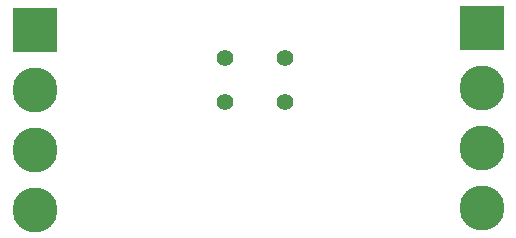
<source format=gbl>
G04 (created by PCBNEW (2012-nov-02)-testing) date Wed 06 Feb 2013 11:23:47 PM EST*
%MOIN*%
G04 Gerber Fmt 3.4, Leading zero omitted, Abs format*
%FSLAX34Y34*%
G01*
G70*
G90*
G04 APERTURE LIST*
%ADD10C,2.3622e-06*%
%ADD11C,0.055*%
%ADD12C,0.15*%
%ADD13R,0.15X0.15*%
G04 APERTURE END LIST*
G54D10*
G54D11*
X83200Y-69500D03*
X81200Y-69500D03*
X83200Y-68050D03*
X81200Y-68050D03*
G54D12*
X74850Y-69100D03*
X74850Y-71100D03*
G54D13*
X74850Y-67100D03*
G54D12*
X74850Y-73100D03*
X89750Y-69050D03*
X89750Y-71050D03*
G54D13*
X89750Y-67050D03*
G54D12*
X89750Y-73050D03*
M02*

</source>
